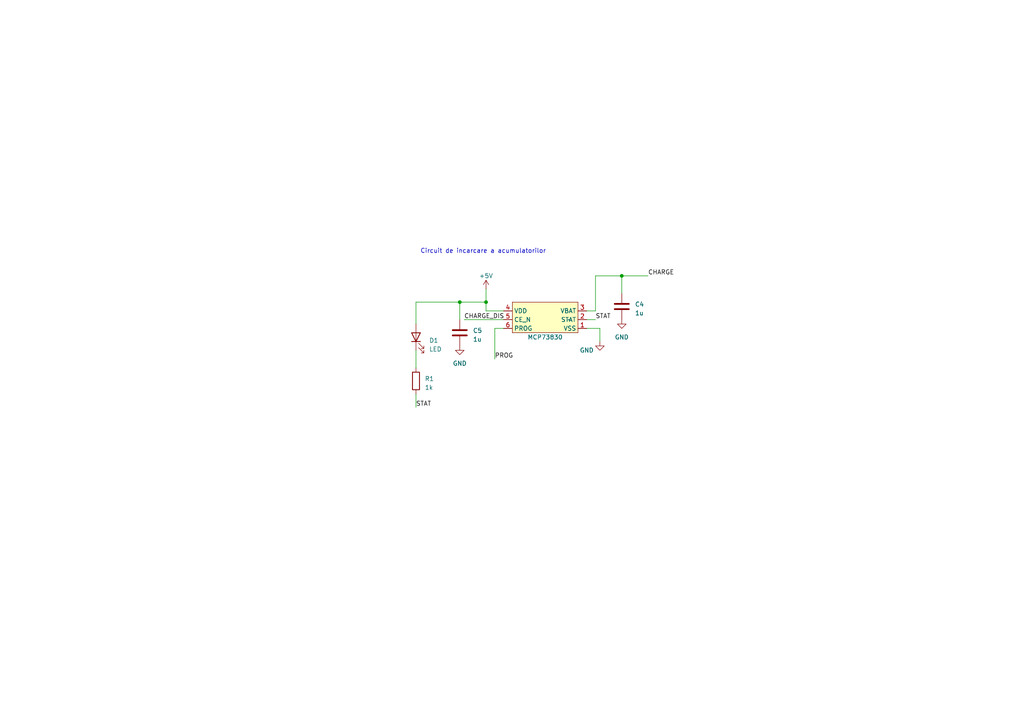
<source format=kicad_sch>
(kicad_sch (version 20230121) (generator eeschema)
  (paper "A4")
  (lib_symbols
    (symbol "Device:C" (pin_numbers hide) (pin_names (offset 0.254))
      (property "Reference" "C" (at 0.635 2.54 0))
      (property "Value" "C" (at 0.635 -2.54 0))
      (symbol "C_0_1"
        (polyline (pts (xy -2.032 -0.762) (xy 2.032 -0.762)) (stroke (width 0.508)))
        (polyline (pts (xy -2.032 0.762) (xy 2.032 0.762)) (stroke (width 0.508)))
      )
      (symbol "C_1_1"
        (pin passive line (at 0 3.81 270) (length 2.794) (name "~") (number "1"))
        (pin passive line (at 0 -3.81 90) (length 2.794) (name "~") (number "2"))
      )
    )
    (symbol "Device:LED" (pin_numbers hide) (pin_names (offset 1.016) hide)
      (property "Reference" "D" (at 0 2.54 0))
      (property "Value" "LED" (at 0 -2.54 0))
      (symbol "LED_0_1"
        (polyline (pts (xy -1.27 -1.27) (xy -1.27 1.27)) (stroke (width 0.254)))
        (polyline (pts (xy -1.27 0) (xy 1.27 0)))
        (polyline (pts (xy 1.27 -1.27) (xy 1.27 1.27) (xy -1.27 0) (xy 1.27 -1.27)) (stroke (width 0.254)))
        (polyline (pts (xy -3.048 -0.762) (xy -4.572 -2.286) (xy -3.81 -2.286) (xy -4.572 -2.286) (xy -4.572 -1.524)))
        (polyline (pts (xy -1.778 -0.762) (xy -3.302 -2.286) (xy -2.54 -2.286) (xy -3.302 -2.286) (xy -3.302 -1.524)))
      )
      (symbol "LED_1_1"
        (pin passive line (at -3.81 0 0) (length 2.54) (name "K") (number "1"))
        (pin passive line (at 3.81 0 180) (length 2.54) (name "A") (number "2"))
      )
    )
    (symbol "Device:R" (pin_numbers hide) (pin_names (offset 0))
      (property "Reference" "R" (at 2.032 0 90))
      (property "Value" "R" (at 0 0 90))
      (symbol "R_0_1"
        (rectangle (start -1.016 -2.54) (end 1.016 2.54) (stroke (width 0.254)))
      )
      (symbol "R_1_1"
        (pin passive line (at 0 3.81 270) (length 1.27) (name "~") (number "1"))
        (pin passive line (at 0 -3.81 90) (length 1.27) (name "~") (number "2"))
      )
    )
    (symbol "My_library:MCP73830"
      (property "Reference" "MCP73830" (at 6.985 5.08 0))
      (property "Value" "~" (at 0 0 0))
      (symbol "MCP73830_1_1"
        (rectangle (start -2.54 3.81) (end 16.51 -5.08) (fill (type background)))
        (pin power_in line (at -5.08 2.54 0) (length 2.54) (name "VSS") (number "1"))
        (pin output line (at -5.08 0 0) (length 2.54) (name "STAT") (number "2"))
        (pin output line (at -5.08 -2.54 0) (length 2.54) (name "VBAT") (number "3"))
        (pin power_in line (at 19.05 -2.54 180) (length 2.54) (name "VDD") (number "4"))
        (pin input line (at 19.05 0 180) (length 2.54) (name "CE_N") (number "5"))
        (pin bidirectional line (at 19.05 2.54 180) (length 2.54) (name "PROG") (number "6"))
      )
    )
    (symbol "power:+5V" (power) (pin_names (offset 0))
      (property "Value" "+5V" (at 0 3.556 0))
      (symbol "+5V_0_1"
        (polyline (pts (xy -0.762 1.27) (xy 0 2.54)))
        (polyline (pts (xy 0 0) (xy 0 2.54)))
        (polyline (pts (xy 0 2.54) (xy 0.762 1.27)))
      )
      (symbol "+5V_1_1"
        (pin power_in line (at 0 0 90) (length 0) hide (name "+5V") (number "1"))
      )
    )
    (symbol "power:GND" (power) (pin_names (offset 0))
      (property "Value" "GND" (at 0 -3.81 0))
      (symbol "GND_0_1"
        (polyline (pts (xy 0 0) (xy 0 -1.27) (xy 1.27 -1.27) (xy 0 -2.54) (xy -1.27 -1.27) (xy 0 -1.27)))
      )
      (symbol "GND_1_1"
        (pin power_in line (at 0 0 270) (length 0) hide (name "GND") (number "1"))
      )
    )
  )
  (junction (at 133.35 87.63))
  (junction (at 140.97 87.63))
  (junction (at 180.34 80.01))
  (wire (pts (xy 120.65 101.6) (xy 120.65 106.68)))
  (wire (pts (xy 146.05 90.17) (xy 140.97 90.17)))
  (wire (pts (xy 140.97 83.82) (xy 140.97 87.63)))
  (wire (pts (xy 120.65 87.63) (xy 120.65 93.98)))
  (wire (pts (xy 134.62 92.71) (xy 146.05 92.71)))
  (wire (pts (xy 140.97 87.63) (xy 133.35 87.63)))
  (wire (pts (xy 180.34 80.01) (xy 172.72 80.01)))
  (wire (pts (xy 170.18 90.17) (xy 172.72 90.17)))
  (wire (pts (xy 173.99 95.25) (xy 173.99 99.06)))
  (wire (pts (xy 170.18 95.25) (xy 173.99 95.25)))
  (wire (pts (xy 120.65 114.3) (xy 120.65 118.11)))
  (wire (pts (xy 143.51 95.25) (xy 143.51 104.14)))
  (wire (pts (xy 187.96 80.01) (xy 180.34 80.01)))
  (wire (pts (xy 146.05 95.25) (xy 143.51 95.25)))
  (wire (pts (xy 180.34 80.01) (xy 180.34 85.09)))
  (wire (pts (xy 133.35 87.63) (xy 120.65 87.63)))
  (wire (pts (xy 170.18 92.71) (xy 172.72 92.71)))
  (wire (pts (xy 140.97 87.63) (xy 140.97 90.17)))
  (wire (pts (xy 133.35 87.63) (xy 133.35 92.71)))
  (wire (pts (xy 172.72 90.17) (xy 172.72 80.01)))
  (text "Circuit de incarcare a acumulatorilor" (at 121.92 73.66 0) (effects (font (size 1.27 1.27)) (justify left bottom)))
  (label "CHARGE" (at 187.96 80.01 0))
  (label "CHARGE_DIS" (at 134.62 92.71 0))
  (label "STAT" (at 120.65 118.11 0))
  (label "STAT" (at 172.72 92.71 0))
  (label "PROG" (at 143.51 104.14 0))
  (symbol (lib_id "Device:LED") (at 120.65 97.79 90) (unit 1)
    (property "Reference" "D1" (at 124.46 98.7425 90) (effects (justify right)))
    (property "Value" "LED" (at 124.46 101.2825 90) (effects (justify right)))
    (property "Footprint" "LED_SMD:LED_1206_3216Metric" (effects hide))
    (instances (project "First_sketch_licenta" (path "" (reference "D1") (unit 1)) (path "" (reference "D7") (unit 1))))
  )
  (symbol (lib_id "Device:C") (at 180.34 88.9 0) (unit 1)
    (property "Reference" "C4" (at 184.15 88.265 0) (effects (justify left)))
    (property "Value" "1u" (at 184.15 90.805 0) (effects (justify left)))
    (property "Footprint" "Capacitor_SMD:C_1206_3216Metric" (effects hide))
  )
  (symbol (lib_id "My_library:MCP73830") (at 165.1 92.71 180) (unit 1)
    (property "Reference" "MCP73830" (at 158.115 97.79 0))
    (property "Value" "~" (at 165.1 92.71 0))
    (property "Footprint" "Package_DFN_QFN:TDFN-6-1EP_2.5x2.5mm_P0.65mm_EP1.3x2mm" (effects hide))
    (instances (project "First_sketch_licenta" (path "" (reference "MCP73830") (unit 1)) (path "" (reference "MCP1") (unit 1))))
  )
  (symbol (lib_id "power:GND") (at 133.35 100.33 0) (unit 1)
    (property "Reference" "#PWR014" (effects hide))
    (property "Value" "GND" (at 133.35 105.41 0))
    (instances (project "First_sketch_licenta" (path "" (reference "#PWR014") (unit 1)) (path "" (reference "#PWR045") (unit 1))))
  )
  (symbol (lib_id "power:GND") (at 180.34 92.71 0) (unit 1)
    (property "Reference" "#PWR06" (effects hide))
    (property "Value" "GND" (at 180.34 97.79 0))
    (instances (project "First_sketch_licenta" (path "" (reference "#PWR06") (unit 1)) (path "" (reference "#PWR048") (unit 1))))
  )
  (symbol (lib_id "Device:C") (at 133.35 96.52 0) (unit 1)
    (property "Reference" "C5" (at 137.16 95.885 0) (effects (justify left)))
    (property "Value" "1u" (at 137.16 98.425 0) (effects (justify left)))
    (property "Footprint" "Capacitor_SMD:C_1206_3216Metric" (effects hide))
  )
  (symbol (lib_id "Device:R") (at 120.65 110.49 0) (unit 1)
    (property "Reference" "R1" (at 123.19 109.855 0) (effects (justify left)))
    (property "Value" "1k" (at 123.19 112.395 0) (effects (justify left)))
    (property "Footprint" "Resistor_SMD:R_1206_3216Metric" (effects hide))
    (instances (project "First_sketch_licenta" (path "" (reference "R1") (unit 1)) (path "" (reference "R17") (unit 1))))
  )
  (symbol (lib_id "power:+5V") (at 140.97 83.82 0) (unit 1)
    (property "Reference" "#PWR012" (effects hide))
    (property "Value" "+5V" (at 140.97 80.01 0))
    (instances (project "First_sketch_licenta" (path "" (reference "#PWR012") (unit 1)) (path "" (reference "#PWR046") (unit 1))))
  )
  (symbol (lib_id "power:GND") (at 173.99 99.06 0) (unit 1)
    (property "Reference" "#PWR01" (effects hide))
    (property "Value" "GND" (at 170.18 101.6 0))
    (instances (project "First_sketch_licenta" (path "" (reference "#PWR01") (unit 1)) (path "" (reference "#PWR047") (unit 1))))
  )
)
</source>
